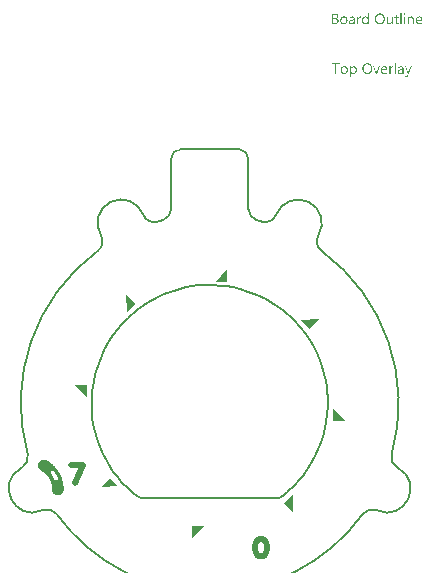
<source format=gto>
G04*
G04 #@! TF.GenerationSoftware,Altium Limited,Altium Designer,21.9.2 (33)*
G04*
G04 Layer_Color=65535*
%FSAX25Y25*%
%MOIN*%
G70*
G04*
G04 #@! TF.SameCoordinates,769468AF-EC4D-4854-9D34-422089E218C9*
G04*
G04*
G04 #@! TF.FilePolarity,Positive*
G04*
G01*
G75*
%ADD10C,0.01968*%
%ADD11C,0.00787*%
G36*
X0065056Y0129114D02*
X0065080D01*
X0065136Y0129089D01*
X0065167Y0129071D01*
X0065198Y0129046D01*
X0065204Y0129040D01*
X0065210Y0129033D01*
X0065241Y0128996D01*
X0065266Y0128934D01*
X0065272Y0128897D01*
X0065278Y0128860D01*
Y0128854D01*
Y0128841D01*
X0065272Y0128823D01*
X0065266Y0128798D01*
X0065247Y0128736D01*
X0065223Y0128705D01*
X0065198Y0128674D01*
X0065192D01*
X0065185Y0128662D01*
X0065148Y0128637D01*
X0065093Y0128612D01*
X0065056Y0128606D01*
X0065018Y0128600D01*
X0065000D01*
X0064981Y0128606D01*
X0064956D01*
X0064895Y0128631D01*
X0064864Y0128643D01*
X0064833Y0128668D01*
Y0128674D01*
X0064820Y0128681D01*
X0064808Y0128699D01*
X0064796Y0128718D01*
X0064771Y0128780D01*
X0064765Y0128817D01*
X0064758Y0128860D01*
Y0128866D01*
Y0128879D01*
X0064765Y0128897D01*
X0064771Y0128928D01*
X0064789Y0128984D01*
X0064808Y0129015D01*
X0064833Y0129046D01*
X0064839Y0129052D01*
X0064845Y0129058D01*
X0064882Y0129083D01*
X0064944Y0129108D01*
X0064981Y0129120D01*
X0065037D01*
X0065056Y0129114D01*
D02*
G37*
G36*
X0053066Y0125449D02*
X0052663D01*
Y0125870D01*
X0052651D01*
Y0125864D01*
X0052638Y0125852D01*
X0052620Y0125827D01*
X0052601Y0125796D01*
X0052570Y0125759D01*
X0052533Y0125722D01*
X0052490Y0125678D01*
X0052440Y0125635D01*
X0052385Y0125586D01*
X0052316Y0125542D01*
X0052248Y0125505D01*
X0052168Y0125468D01*
X0052087Y0125437D01*
X0051995Y0125412D01*
X0051896Y0125400D01*
X0051790Y0125394D01*
X0051747D01*
X0051710Y0125400D01*
X0051673Y0125406D01*
X0051623Y0125412D01*
X0051518Y0125437D01*
X0051394Y0125474D01*
X0051270Y0125536D01*
X0051202Y0125573D01*
X0051147Y0125617D01*
X0051085Y0125672D01*
X0051029Y0125728D01*
Y0125734D01*
X0051017Y0125747D01*
X0051004Y0125765D01*
X0050986Y0125790D01*
X0050967Y0125821D01*
X0050942Y0125864D01*
X0050918Y0125914D01*
X0050893Y0125969D01*
X0050862Y0126031D01*
X0050837Y0126099D01*
X0050812Y0126174D01*
X0050794Y0126254D01*
X0050775Y0126341D01*
X0050763Y0126440D01*
X0050757Y0126539D01*
X0050750Y0126644D01*
Y0126650D01*
Y0126669D01*
Y0126706D01*
X0050757Y0126749D01*
X0050763Y0126799D01*
X0050769Y0126861D01*
X0050775Y0126929D01*
X0050788Y0127003D01*
X0050825Y0127164D01*
X0050880Y0127331D01*
X0050918Y0127412D01*
X0050961Y0127492D01*
X0051004Y0127566D01*
X0051060Y0127641D01*
X0051066Y0127647D01*
X0051072Y0127659D01*
X0051091Y0127678D01*
X0051116Y0127703D01*
X0051147Y0127727D01*
X0051190Y0127758D01*
X0051233Y0127795D01*
X0051283Y0127832D01*
X0051407Y0127901D01*
X0051549Y0127963D01*
X0051629Y0127981D01*
X0051716Y0128000D01*
X0051803Y0128012D01*
X0051902Y0128018D01*
X0051951D01*
X0051988Y0128012D01*
X0052026Y0128006D01*
X0052075Y0128000D01*
X0052187Y0127969D01*
X0052310Y0127919D01*
X0052372Y0127888D01*
X0052434Y0127845D01*
X0052496Y0127802D01*
X0052552Y0127746D01*
X0052601Y0127684D01*
X0052651Y0127610D01*
X0052663D01*
Y0129170D01*
X0053066D01*
Y0125449D01*
D02*
G37*
G36*
X0067334Y0128012D02*
X0067408Y0128006D01*
X0067501Y0127987D01*
X0067600Y0127956D01*
X0067705Y0127907D01*
X0067810Y0127839D01*
X0067853Y0127802D01*
X0067897Y0127752D01*
X0067909Y0127740D01*
X0067934Y0127703D01*
X0067965Y0127641D01*
X0068008Y0127554D01*
X0068045Y0127449D01*
X0068082Y0127319D01*
X0068107Y0127164D01*
X0068113Y0126985D01*
Y0125449D01*
X0067711D01*
Y0126879D01*
Y0126885D01*
Y0126916D01*
X0067705Y0126954D01*
Y0127003D01*
X0067693Y0127065D01*
X0067680Y0127133D01*
X0067661Y0127207D01*
X0067637Y0127282D01*
X0067606Y0127356D01*
X0067569Y0127424D01*
X0067519Y0127492D01*
X0067463Y0127554D01*
X0067401Y0127603D01*
X0067321Y0127641D01*
X0067234Y0127672D01*
X0067129Y0127678D01*
X0067117D01*
X0067080Y0127672D01*
X0067024Y0127665D01*
X0066956Y0127647D01*
X0066875Y0127622D01*
X0066789Y0127579D01*
X0066708Y0127523D01*
X0066628Y0127449D01*
X0066622Y0127436D01*
X0066597Y0127412D01*
X0066566Y0127362D01*
X0066529Y0127294D01*
X0066492Y0127214D01*
X0066461Y0127114D01*
X0066436Y0127003D01*
X0066430Y0126879D01*
Y0125449D01*
X0066027D01*
Y0127963D01*
X0066430D01*
Y0127542D01*
X0066442D01*
X0066448Y0127548D01*
X0066454Y0127560D01*
X0066473Y0127585D01*
X0066498Y0127616D01*
X0066523Y0127653D01*
X0066560Y0127690D01*
X0066603Y0127734D01*
X0066653Y0127783D01*
X0066708Y0127826D01*
X0066770Y0127870D01*
X0066838Y0127907D01*
X0066913Y0127944D01*
X0066987Y0127975D01*
X0067074Y0128000D01*
X0067166Y0128012D01*
X0067265Y0128018D01*
X0067303D01*
X0067334Y0128012D01*
D02*
G37*
G36*
X0050336Y0128000D02*
X0050410Y0127994D01*
X0050453Y0127981D01*
X0050484Y0127969D01*
Y0127554D01*
X0050478Y0127560D01*
X0050466Y0127566D01*
X0050441Y0127579D01*
X0050410Y0127597D01*
X0050367Y0127610D01*
X0050311Y0127622D01*
X0050249Y0127628D01*
X0050181Y0127635D01*
X0050169D01*
X0050138Y0127628D01*
X0050088Y0127622D01*
X0050032Y0127603D01*
X0049958Y0127573D01*
X0049890Y0127529D01*
X0049816Y0127467D01*
X0049748Y0127387D01*
X0049742Y0127374D01*
X0049723Y0127343D01*
X0049692Y0127288D01*
X0049661Y0127214D01*
X0049630Y0127121D01*
X0049599Y0127003D01*
X0049580Y0126873D01*
X0049574Y0126725D01*
Y0125449D01*
X0049172D01*
Y0127963D01*
X0049574D01*
Y0127443D01*
X0049587D01*
Y0127449D01*
X0049593Y0127455D01*
X0049605Y0127486D01*
X0049624Y0127535D01*
X0049655Y0127597D01*
X0049686Y0127659D01*
X0049735Y0127727D01*
X0049785Y0127795D01*
X0049847Y0127857D01*
X0049853Y0127864D01*
X0049878Y0127882D01*
X0049915Y0127907D01*
X0049964Y0127932D01*
X0050020Y0127956D01*
X0050088Y0127981D01*
X0050162Y0128000D01*
X0050243Y0128006D01*
X0050299D01*
X0050336Y0128000D01*
D02*
G37*
G36*
X0061075Y0125449D02*
X0060673D01*
Y0125846D01*
X0060661D01*
Y0125839D01*
X0060648Y0125827D01*
X0060636Y0125802D01*
X0060611Y0125777D01*
X0060555Y0125703D01*
X0060469Y0125623D01*
X0060419Y0125579D01*
X0060364Y0125536D01*
X0060302Y0125499D01*
X0060227Y0125462D01*
X0060153Y0125437D01*
X0060073Y0125412D01*
X0059980Y0125400D01*
X0059887Y0125394D01*
X0059850D01*
X0059806Y0125400D01*
X0059745Y0125412D01*
X0059676Y0125425D01*
X0059602Y0125449D01*
X0059522Y0125480D01*
X0059441Y0125530D01*
X0059355Y0125586D01*
X0059274Y0125654D01*
X0059200Y0125740D01*
X0059132Y0125846D01*
X0059070Y0125963D01*
X0059026Y0126105D01*
X0059002Y0126273D01*
X0058989Y0126359D01*
Y0126458D01*
Y0127963D01*
X0059386D01*
Y0126520D01*
Y0126514D01*
Y0126489D01*
X0059392Y0126446D01*
X0059398Y0126397D01*
X0059404Y0126335D01*
X0059416Y0126273D01*
X0059435Y0126198D01*
X0059460Y0126124D01*
X0059497Y0126050D01*
X0059534Y0125982D01*
X0059584Y0125914D01*
X0059645Y0125852D01*
X0059714Y0125802D01*
X0059794Y0125765D01*
X0059893Y0125734D01*
X0059998Y0125728D01*
X0060011D01*
X0060048Y0125734D01*
X0060103Y0125740D01*
X0060165Y0125753D01*
X0060246Y0125784D01*
X0060326Y0125821D01*
X0060407Y0125870D01*
X0060481Y0125945D01*
X0060487Y0125957D01*
X0060512Y0125982D01*
X0060543Y0126031D01*
X0060580Y0126099D01*
X0060611Y0126180D01*
X0060642Y0126279D01*
X0060667Y0126390D01*
X0060673Y0126514D01*
Y0127963D01*
X0061075D01*
Y0125449D01*
D02*
G37*
G36*
X0065210D02*
X0064808D01*
Y0127963D01*
X0065210D01*
Y0125449D01*
D02*
G37*
G36*
X0063991D02*
X0063589D01*
Y0129170D01*
X0063991D01*
Y0125449D01*
D02*
G37*
G36*
X0047612Y0128012D02*
X0047668Y0128006D01*
X0047736Y0127987D01*
X0047810Y0127969D01*
X0047891Y0127938D01*
X0047977Y0127901D01*
X0048058Y0127851D01*
X0048138Y0127789D01*
X0048213Y0127715D01*
X0048281Y0127622D01*
X0048336Y0127517D01*
X0048380Y0127393D01*
X0048404Y0127251D01*
X0048417Y0127084D01*
Y0125449D01*
X0048015D01*
Y0125839D01*
X0048002D01*
Y0125833D01*
X0047990Y0125821D01*
X0047977Y0125796D01*
X0047953Y0125771D01*
X0047891Y0125697D01*
X0047810Y0125617D01*
X0047699Y0125536D01*
X0047569Y0125462D01*
X0047488Y0125437D01*
X0047408Y0125412D01*
X0047321Y0125400D01*
X0047228Y0125394D01*
X0047191D01*
X0047166Y0125400D01*
X0047098Y0125406D01*
X0047018Y0125418D01*
X0046919Y0125443D01*
X0046826Y0125474D01*
X0046727Y0125524D01*
X0046640Y0125586D01*
X0046634Y0125598D01*
X0046609Y0125623D01*
X0046572Y0125666D01*
X0046535Y0125728D01*
X0046498Y0125802D01*
X0046461Y0125889D01*
X0046436Y0125994D01*
X0046430Y0126112D01*
Y0126118D01*
Y0126143D01*
X0046436Y0126180D01*
X0046442Y0126223D01*
X0046455Y0126279D01*
X0046473Y0126341D01*
X0046498Y0126409D01*
X0046535Y0126477D01*
X0046578Y0126551D01*
X0046634Y0126626D01*
X0046702Y0126694D01*
X0046783Y0126755D01*
X0046876Y0126817D01*
X0046987Y0126867D01*
X0047111Y0126904D01*
X0047259Y0126935D01*
X0048015Y0127040D01*
Y0127046D01*
Y0127065D01*
X0048008Y0127102D01*
Y0127139D01*
X0047996Y0127189D01*
X0047990Y0127244D01*
X0047953Y0127362D01*
X0047922Y0127418D01*
X0047891Y0127473D01*
X0047847Y0127529D01*
X0047798Y0127579D01*
X0047736Y0127622D01*
X0047668Y0127653D01*
X0047587Y0127672D01*
X0047495Y0127678D01*
X0047451D01*
X0047420Y0127672D01*
X0047377D01*
X0047334Y0127659D01*
X0047222Y0127641D01*
X0047098Y0127603D01*
X0046962Y0127548D01*
X0046888Y0127511D01*
X0046820Y0127473D01*
X0046745Y0127424D01*
X0046677Y0127368D01*
Y0127783D01*
X0046684D01*
X0046696Y0127795D01*
X0046715Y0127808D01*
X0046745Y0127820D01*
X0046777Y0127839D01*
X0046820Y0127857D01*
X0046869Y0127876D01*
X0046925Y0127901D01*
X0047049Y0127944D01*
X0047197Y0127981D01*
X0047358Y0128006D01*
X0047532Y0128018D01*
X0047569D01*
X0047612Y0128012D01*
D02*
G37*
G36*
X0041923Y0128959D02*
X0041967D01*
X0042010Y0128953D01*
X0042109Y0128941D01*
X0042227Y0128910D01*
X0042351Y0128873D01*
X0042468Y0128817D01*
X0042573Y0128743D01*
X0042580D01*
X0042586Y0128730D01*
X0042617Y0128705D01*
X0042660Y0128656D01*
X0042710Y0128588D01*
X0042753Y0128501D01*
X0042796Y0128402D01*
X0042827Y0128291D01*
X0042840Y0128229D01*
Y0128161D01*
Y0128154D01*
Y0128148D01*
Y0128111D01*
X0042833Y0128055D01*
X0042821Y0127987D01*
X0042803Y0127901D01*
X0042772Y0127814D01*
X0042734Y0127727D01*
X0042679Y0127641D01*
X0042673Y0127628D01*
X0042648Y0127603D01*
X0042611Y0127566D01*
X0042561Y0127517D01*
X0042499Y0127467D01*
X0042425Y0127412D01*
X0042332Y0127368D01*
X0042233Y0127325D01*
Y0127319D01*
X0042252D01*
X0042270Y0127313D01*
X0042289Y0127306D01*
X0042357Y0127294D01*
X0042437Y0127269D01*
X0042524Y0127232D01*
X0042617Y0127189D01*
X0042710Y0127127D01*
X0042796Y0127046D01*
X0042809Y0127034D01*
X0042833Y0127003D01*
X0042864Y0126960D01*
X0042908Y0126892D01*
X0042945Y0126805D01*
X0042982Y0126706D01*
X0043007Y0126588D01*
X0043013Y0126458D01*
Y0126452D01*
Y0126440D01*
Y0126415D01*
X0043007Y0126384D01*
X0043001Y0126347D01*
X0042994Y0126304D01*
X0042970Y0126198D01*
X0042933Y0126081D01*
X0042877Y0125957D01*
X0042840Y0125901D01*
X0042796Y0125839D01*
X0042741Y0125784D01*
X0042685Y0125728D01*
X0042679D01*
X0042673Y0125716D01*
X0042654Y0125703D01*
X0042629Y0125685D01*
X0042598Y0125666D01*
X0042555Y0125641D01*
X0042462Y0125592D01*
X0042344Y0125536D01*
X0042208Y0125493D01*
X0042047Y0125462D01*
X0041967Y0125456D01*
X0041874Y0125449D01*
X0040846D01*
Y0128965D01*
X0041892D01*
X0041923Y0128959D01*
D02*
G37*
G36*
X0062419Y0127963D02*
X0063056D01*
Y0127616D01*
X0062419D01*
Y0126198D01*
Y0126186D01*
Y0126155D01*
X0062425Y0126112D01*
X0062431Y0126056D01*
X0062456Y0125938D01*
X0062474Y0125883D01*
X0062505Y0125839D01*
X0062511Y0125833D01*
X0062524Y0125821D01*
X0062542Y0125808D01*
X0062573Y0125790D01*
X0062611Y0125765D01*
X0062660Y0125753D01*
X0062722Y0125740D01*
X0062790Y0125734D01*
X0062815D01*
X0062846Y0125740D01*
X0062883Y0125747D01*
X0062969Y0125771D01*
X0063013Y0125790D01*
X0063056Y0125815D01*
Y0125468D01*
X0063050D01*
X0063031Y0125456D01*
X0063001Y0125449D01*
X0062957Y0125437D01*
X0062901Y0125425D01*
X0062840Y0125412D01*
X0062765Y0125406D01*
X0062679Y0125400D01*
X0062648D01*
X0062617Y0125406D01*
X0062573Y0125412D01*
X0062524Y0125425D01*
X0062468Y0125437D01*
X0062412Y0125462D01*
X0062350Y0125493D01*
X0062289Y0125530D01*
X0062227Y0125579D01*
X0062171Y0125635D01*
X0062121Y0125709D01*
X0062078Y0125790D01*
X0062047Y0125889D01*
X0062022Y0126000D01*
X0062016Y0126130D01*
Y0127616D01*
X0061589D01*
Y0127963D01*
X0062016D01*
Y0128575D01*
X0062419Y0128705D01*
Y0127963D01*
D02*
G37*
G36*
X0069946Y0128012D02*
X0069989Y0128006D01*
X0070032Y0128000D01*
X0070144Y0127981D01*
X0070267Y0127938D01*
X0070391Y0127882D01*
X0070453Y0127845D01*
X0070515Y0127802D01*
X0070571Y0127752D01*
X0070626Y0127696D01*
X0070633Y0127690D01*
X0070639Y0127684D01*
X0070651Y0127665D01*
X0070670Y0127641D01*
X0070688Y0127603D01*
X0070713Y0127566D01*
X0070738Y0127523D01*
X0070763Y0127467D01*
X0070788Y0127405D01*
X0070812Y0127343D01*
X0070837Y0127269D01*
X0070856Y0127189D01*
X0070874Y0127102D01*
X0070886Y0127015D01*
X0070899Y0126916D01*
Y0126811D01*
Y0126601D01*
X0069122D01*
Y0126595D01*
Y0126582D01*
Y0126564D01*
X0069129Y0126533D01*
X0069135Y0126496D01*
Y0126458D01*
X0069153Y0126359D01*
X0069184Y0126260D01*
X0069221Y0126149D01*
X0069277Y0126044D01*
X0069345Y0125951D01*
X0069358Y0125938D01*
X0069382Y0125914D01*
X0069432Y0125883D01*
X0069500Y0125839D01*
X0069587Y0125796D01*
X0069686Y0125765D01*
X0069803Y0125740D01*
X0069939Y0125728D01*
X0069983D01*
X0070014Y0125734D01*
X0070051D01*
X0070094Y0125740D01*
X0070199Y0125765D01*
X0070317Y0125796D01*
X0070447Y0125846D01*
X0070583Y0125914D01*
X0070651Y0125957D01*
X0070719Y0126006D01*
Y0125629D01*
X0070713D01*
X0070707Y0125617D01*
X0070688Y0125610D01*
X0070657Y0125592D01*
X0070626Y0125573D01*
X0070589Y0125555D01*
X0070540Y0125536D01*
X0070490Y0125511D01*
X0070428Y0125487D01*
X0070360Y0125468D01*
X0070212Y0125431D01*
X0070038Y0125406D01*
X0069847Y0125394D01*
X0069797D01*
X0069760Y0125400D01*
X0069717Y0125406D01*
X0069661Y0125412D01*
X0069543Y0125437D01*
X0069407Y0125474D01*
X0069271Y0125536D01*
X0069203Y0125579D01*
X0069135Y0125623D01*
X0069073Y0125672D01*
X0069011Y0125734D01*
X0069005Y0125740D01*
X0068999Y0125753D01*
X0068986Y0125771D01*
X0068961Y0125796D01*
X0068943Y0125833D01*
X0068918Y0125876D01*
X0068887Y0125926D01*
X0068862Y0125982D01*
X0068831Y0126044D01*
X0068807Y0126118D01*
X0068776Y0126198D01*
X0068757Y0126285D01*
X0068739Y0126378D01*
X0068720Y0126477D01*
X0068714Y0126582D01*
X0068708Y0126694D01*
Y0126700D01*
Y0126718D01*
Y0126749D01*
X0068714Y0126793D01*
X0068720Y0126842D01*
X0068726Y0126898D01*
X0068732Y0126966D01*
X0068751Y0127034D01*
X0068788Y0127183D01*
X0068844Y0127343D01*
X0068881Y0127424D01*
X0068931Y0127498D01*
X0068980Y0127579D01*
X0069036Y0127647D01*
X0069042Y0127653D01*
X0069054Y0127665D01*
X0069073Y0127684D01*
X0069098Y0127703D01*
X0069129Y0127734D01*
X0069166Y0127764D01*
X0069215Y0127795D01*
X0069265Y0127832D01*
X0069382Y0127901D01*
X0069525Y0127963D01*
X0069605Y0127981D01*
X0069686Y0128000D01*
X0069772Y0128012D01*
X0069865Y0128018D01*
X0069915D01*
X0069946Y0128012D01*
D02*
G37*
G36*
X0056903Y0129021D02*
X0056965Y0129015D01*
X0057039Y0129002D01*
X0057120Y0128984D01*
X0057207Y0128965D01*
X0057293Y0128941D01*
X0057392Y0128910D01*
X0057485Y0128866D01*
X0057584Y0128817D01*
X0057683Y0128761D01*
X0057776Y0128693D01*
X0057869Y0128619D01*
X0057956Y0128532D01*
X0057962Y0128526D01*
X0057974Y0128507D01*
X0057999Y0128482D01*
X0058024Y0128445D01*
X0058061Y0128396D01*
X0058098Y0128334D01*
X0058135Y0128266D01*
X0058178Y0128192D01*
X0058222Y0128099D01*
X0058259Y0128006D01*
X0058296Y0127901D01*
X0058333Y0127783D01*
X0058358Y0127665D01*
X0058383Y0127535D01*
X0058395Y0127393D01*
X0058401Y0127251D01*
Y0127238D01*
Y0127214D01*
Y0127170D01*
X0058395Y0127108D01*
X0058389Y0127034D01*
X0058376Y0126954D01*
X0058364Y0126861D01*
X0058346Y0126755D01*
X0058321Y0126650D01*
X0058290Y0126539D01*
X0058253Y0126427D01*
X0058209Y0126316D01*
X0058154Y0126198D01*
X0058092Y0126093D01*
X0058024Y0125988D01*
X0057943Y0125889D01*
X0057937Y0125883D01*
X0057925Y0125870D01*
X0057894Y0125846D01*
X0057863Y0125815D01*
X0057813Y0125771D01*
X0057758Y0125734D01*
X0057696Y0125685D01*
X0057621Y0125641D01*
X0057541Y0125598D01*
X0057448Y0125548D01*
X0057349Y0125511D01*
X0057238Y0125474D01*
X0057120Y0125437D01*
X0056996Y0125412D01*
X0056866Y0125400D01*
X0056724Y0125394D01*
X0056693D01*
X0056650Y0125400D01*
X0056600D01*
X0056538Y0125406D01*
X0056464Y0125418D01*
X0056383Y0125437D01*
X0056291Y0125456D01*
X0056198Y0125480D01*
X0056099Y0125511D01*
X0056000Y0125555D01*
X0055901Y0125598D01*
X0055801Y0125654D01*
X0055702Y0125722D01*
X0055610Y0125796D01*
X0055523Y0125883D01*
X0055517Y0125889D01*
X0055504Y0125908D01*
X0055480Y0125932D01*
X0055455Y0125969D01*
X0055418Y0126019D01*
X0055381Y0126081D01*
X0055343Y0126149D01*
X0055300Y0126229D01*
X0055257Y0126316D01*
X0055220Y0126409D01*
X0055182Y0126514D01*
X0055145Y0126632D01*
X0055121Y0126749D01*
X0055096Y0126879D01*
X0055083Y0127022D01*
X0055077Y0127164D01*
Y0127176D01*
Y0127201D01*
X0055083Y0127244D01*
Y0127306D01*
X0055090Y0127374D01*
X0055102Y0127461D01*
X0055114Y0127554D01*
X0055133Y0127653D01*
X0055158Y0127758D01*
X0055189Y0127870D01*
X0055226Y0127981D01*
X0055269Y0128093D01*
X0055325Y0128204D01*
X0055387Y0128315D01*
X0055455Y0128421D01*
X0055535Y0128520D01*
X0055541Y0128526D01*
X0055554Y0128544D01*
X0055585Y0128569D01*
X0055622Y0128600D01*
X0055665Y0128637D01*
X0055721Y0128681D01*
X0055789Y0128724D01*
X0055863Y0128773D01*
X0055950Y0128823D01*
X0056043Y0128866D01*
X0056142Y0128910D01*
X0056253Y0128947D01*
X0056377Y0128978D01*
X0056507Y0129009D01*
X0056643Y0129021D01*
X0056786Y0129027D01*
X0056854D01*
X0056903Y0129021D01*
D02*
G37*
G36*
X0044876Y0128012D02*
X0044919Y0128006D01*
X0044975Y0128000D01*
X0045099Y0127975D01*
X0045241Y0127932D01*
X0045384Y0127870D01*
X0045458Y0127832D01*
X0045526Y0127789D01*
X0045594Y0127734D01*
X0045656Y0127672D01*
X0045662Y0127665D01*
X0045669Y0127653D01*
X0045687Y0127635D01*
X0045706Y0127610D01*
X0045730Y0127573D01*
X0045755Y0127529D01*
X0045786Y0127480D01*
X0045817Y0127424D01*
X0045842Y0127356D01*
X0045873Y0127288D01*
X0045897Y0127207D01*
X0045922Y0127121D01*
X0045941Y0127028D01*
X0045959Y0126929D01*
X0045966Y0126824D01*
X0045972Y0126712D01*
Y0126706D01*
Y0126687D01*
Y0126656D01*
X0045966Y0126613D01*
X0045959Y0126564D01*
X0045953Y0126502D01*
X0045941Y0126440D01*
X0045928Y0126365D01*
X0045891Y0126217D01*
X0045829Y0126056D01*
X0045792Y0125976D01*
X0045743Y0125895D01*
X0045693Y0125821D01*
X0045631Y0125753D01*
X0045625Y0125747D01*
X0045613Y0125740D01*
X0045594Y0125722D01*
X0045569Y0125697D01*
X0045532Y0125672D01*
X0045495Y0125641D01*
X0045446Y0125604D01*
X0045390Y0125573D01*
X0045328Y0125542D01*
X0045260Y0125505D01*
X0045186Y0125474D01*
X0045105Y0125449D01*
X0045019Y0125425D01*
X0044926Y0125412D01*
X0044827Y0125400D01*
X0044721Y0125394D01*
X0044666D01*
X0044629Y0125400D01*
X0044585Y0125406D01*
X0044530Y0125412D01*
X0044468Y0125425D01*
X0044399Y0125437D01*
X0044257Y0125480D01*
X0044109Y0125542D01*
X0044034Y0125579D01*
X0043966Y0125629D01*
X0043898Y0125678D01*
X0043830Y0125740D01*
X0043824Y0125747D01*
X0043818Y0125759D01*
X0043799Y0125777D01*
X0043780Y0125802D01*
X0043756Y0125839D01*
X0043725Y0125883D01*
X0043694Y0125932D01*
X0043669Y0125988D01*
X0043638Y0126056D01*
X0043607Y0126124D01*
X0043576Y0126198D01*
X0043551Y0126285D01*
X0043514Y0126471D01*
X0043508Y0126570D01*
X0043502Y0126675D01*
Y0126681D01*
Y0126706D01*
Y0126737D01*
X0043508Y0126780D01*
X0043514Y0126830D01*
X0043521Y0126892D01*
X0043533Y0126960D01*
X0043545Y0127034D01*
X0043582Y0127195D01*
X0043644Y0127356D01*
X0043688Y0127436D01*
X0043731Y0127517D01*
X0043780Y0127591D01*
X0043842Y0127659D01*
X0043849Y0127665D01*
X0043861Y0127678D01*
X0043880Y0127690D01*
X0043904Y0127715D01*
X0043941Y0127740D01*
X0043985Y0127771D01*
X0044034Y0127808D01*
X0044090Y0127839D01*
X0044152Y0127870D01*
X0044226Y0127907D01*
X0044300Y0127938D01*
X0044387Y0127963D01*
X0044474Y0127987D01*
X0044573Y0128006D01*
X0044678Y0128012D01*
X0044783Y0128018D01*
X0044839D01*
X0044876Y0128012D01*
D02*
G37*
G36*
X0048089Y0111422D02*
X0048132Y0111416D01*
X0048175Y0111410D01*
X0048287Y0111385D01*
X0048411Y0111348D01*
X0048534Y0111286D01*
X0048596Y0111249D01*
X0048658Y0111199D01*
X0048714Y0111150D01*
X0048770Y0111088D01*
X0048776Y0111082D01*
X0048782Y0111075D01*
X0048794Y0111051D01*
X0048813Y0111026D01*
X0048831Y0110995D01*
X0048856Y0110952D01*
X0048881Y0110902D01*
X0048906Y0110853D01*
X0048931Y0110791D01*
X0048955Y0110723D01*
X0048980Y0110648D01*
X0048999Y0110568D01*
X0049030Y0110388D01*
X0049042Y0110289D01*
Y0110184D01*
Y0110178D01*
Y0110159D01*
Y0110122D01*
X0049036Y0110079D01*
Y0110029D01*
X0049023Y0109968D01*
X0049017Y0109899D01*
X0049005Y0109825D01*
X0048968Y0109664D01*
X0048912Y0109497D01*
X0048875Y0109416D01*
X0048838Y0109336D01*
X0048788Y0109256D01*
X0048733Y0109181D01*
X0048726Y0109175D01*
X0048720Y0109163D01*
X0048702Y0109144D01*
X0048677Y0109126D01*
X0048646Y0109095D01*
X0048609Y0109064D01*
X0048565Y0109027D01*
X0048516Y0108996D01*
X0048460Y0108958D01*
X0048398Y0108921D01*
X0048250Y0108866D01*
X0048169Y0108841D01*
X0048089Y0108822D01*
X0047996Y0108810D01*
X0047897Y0108804D01*
X0047847D01*
X0047816Y0108810D01*
X0047773Y0108816D01*
X0047730Y0108828D01*
X0047618Y0108853D01*
X0047501Y0108903D01*
X0047433Y0108940D01*
X0047371Y0108977D01*
X0047309Y0109027D01*
X0047253Y0109082D01*
X0047191Y0109144D01*
X0047142Y0109219D01*
X0047129D01*
Y0107708D01*
X0046727D01*
Y0111373D01*
X0047129D01*
Y0110927D01*
X0047142D01*
X0047148Y0110933D01*
X0047154Y0110952D01*
X0047173Y0110976D01*
X0047197Y0111007D01*
X0047228Y0111045D01*
X0047265Y0111088D01*
X0047309Y0111131D01*
X0047365Y0111181D01*
X0047420Y0111224D01*
X0047482Y0111267D01*
X0047556Y0111311D01*
X0047631Y0111348D01*
X0047717Y0111385D01*
X0047810Y0111410D01*
X0047903Y0111422D01*
X0048008Y0111428D01*
X0048058D01*
X0048089Y0111422D01*
D02*
G37*
G36*
X0061044Y0111410D02*
X0061119Y0111404D01*
X0061162Y0111391D01*
X0061193Y0111379D01*
Y0110964D01*
X0061187Y0110970D01*
X0061174Y0110976D01*
X0061150Y0110989D01*
X0061119Y0111007D01*
X0061075Y0111020D01*
X0061020Y0111032D01*
X0060958Y0111038D01*
X0060890Y0111045D01*
X0060877D01*
X0060846Y0111038D01*
X0060797Y0111032D01*
X0060741Y0111014D01*
X0060667Y0110983D01*
X0060599Y0110939D01*
X0060524Y0110877D01*
X0060456Y0110797D01*
X0060450Y0110784D01*
X0060432Y0110754D01*
X0060401Y0110698D01*
X0060370Y0110624D01*
X0060339Y0110531D01*
X0060308Y0110413D01*
X0060289Y0110283D01*
X0060283Y0110135D01*
Y0108859D01*
X0059881D01*
Y0111373D01*
X0060283D01*
Y0110853D01*
X0060295D01*
Y0110859D01*
X0060302Y0110865D01*
X0060314Y0110896D01*
X0060333Y0110945D01*
X0060364Y0111007D01*
X0060395Y0111069D01*
X0060444Y0111137D01*
X0060493Y0111205D01*
X0060555Y0111267D01*
X0060562Y0111274D01*
X0060586Y0111292D01*
X0060624Y0111317D01*
X0060673Y0111342D01*
X0060729Y0111366D01*
X0060797Y0111391D01*
X0060871Y0111410D01*
X0060952Y0111416D01*
X0061007D01*
X0061044Y0111410D01*
D02*
G37*
G36*
X0066250Y0108457D02*
X0066244Y0108451D01*
X0066238Y0108426D01*
X0066219Y0108383D01*
X0066194Y0108333D01*
X0066163Y0108278D01*
X0066120Y0108210D01*
X0066077Y0108141D01*
X0066027Y0108067D01*
X0065965Y0107993D01*
X0065904Y0107925D01*
X0065829Y0107857D01*
X0065749Y0107801D01*
X0065668Y0107751D01*
X0065575Y0107708D01*
X0065483Y0107683D01*
X0065377Y0107677D01*
X0065322D01*
X0065285Y0107683D01*
X0065204Y0107696D01*
X0065117Y0107714D01*
Y0108073D01*
X0065124D01*
X0065142Y0108067D01*
X0065167Y0108061D01*
X0065198Y0108055D01*
X0065272Y0108036D01*
X0065353Y0108030D01*
X0065365D01*
X0065402Y0108036D01*
X0065458Y0108049D01*
X0065526Y0108073D01*
X0065600Y0108117D01*
X0065637Y0108148D01*
X0065675Y0108185D01*
X0065712Y0108222D01*
X0065749Y0108271D01*
X0065780Y0108327D01*
X0065811Y0108389D01*
X0066015Y0108859D01*
X0065031Y0111373D01*
X0065476D01*
X0066157Y0109435D01*
Y0109429D01*
X0066163Y0109416D01*
X0066170Y0109398D01*
X0066176Y0109373D01*
X0066182Y0109336D01*
X0066194Y0109299D01*
X0066207Y0109243D01*
X0066225D01*
Y0109256D01*
X0066238Y0109293D01*
X0066250Y0109348D01*
X0066275Y0109429D01*
X0066987Y0111373D01*
X0067401D01*
X0066250Y0108457D01*
D02*
G37*
G36*
X0055820Y0108859D02*
X0055424D01*
X0054471Y0111373D01*
X0054910D01*
X0055554Y0109546D01*
X0055560Y0109540D01*
X0055566Y0109516D01*
X0055579Y0109472D01*
X0055591Y0109429D01*
X0055603Y0109373D01*
X0055622Y0109311D01*
X0055641Y0109194D01*
X0055647D01*
Y0109200D01*
X0055653Y0109225D01*
X0055659Y0109262D01*
X0055665Y0109305D01*
X0055678Y0109361D01*
X0055690Y0109416D01*
X0055727Y0109534D01*
X0056396Y0111373D01*
X0056817D01*
X0055820Y0108859D01*
D02*
G37*
G36*
X0063842Y0111422D02*
X0063898Y0111416D01*
X0063966Y0111397D01*
X0064040Y0111379D01*
X0064121Y0111348D01*
X0064208Y0111311D01*
X0064288Y0111261D01*
X0064368Y0111199D01*
X0064443Y0111125D01*
X0064511Y0111032D01*
X0064566Y0110927D01*
X0064610Y0110803D01*
X0064635Y0110661D01*
X0064647Y0110494D01*
Y0108859D01*
X0064245D01*
Y0109249D01*
X0064232D01*
Y0109243D01*
X0064220Y0109231D01*
X0064208Y0109206D01*
X0064183Y0109181D01*
X0064121Y0109107D01*
X0064040Y0109027D01*
X0063929Y0108946D01*
X0063799Y0108872D01*
X0063718Y0108847D01*
X0063638Y0108822D01*
X0063551Y0108810D01*
X0063459Y0108804D01*
X0063421D01*
X0063397Y0108810D01*
X0063328Y0108816D01*
X0063248Y0108828D01*
X0063149Y0108853D01*
X0063056Y0108884D01*
X0062957Y0108934D01*
X0062871Y0108996D01*
X0062864Y0109008D01*
X0062840Y0109033D01*
X0062802Y0109076D01*
X0062765Y0109138D01*
X0062728Y0109212D01*
X0062691Y0109299D01*
X0062666Y0109404D01*
X0062660Y0109522D01*
Y0109528D01*
Y0109553D01*
X0062666Y0109590D01*
X0062672Y0109633D01*
X0062685Y0109689D01*
X0062703Y0109751D01*
X0062728Y0109819D01*
X0062765Y0109887D01*
X0062809Y0109961D01*
X0062864Y0110036D01*
X0062932Y0110104D01*
X0063013Y0110166D01*
X0063106Y0110227D01*
X0063217Y0110277D01*
X0063341Y0110314D01*
X0063490Y0110345D01*
X0064245Y0110450D01*
Y0110457D01*
Y0110475D01*
X0064239Y0110512D01*
Y0110549D01*
X0064226Y0110599D01*
X0064220Y0110654D01*
X0064183Y0110772D01*
X0064152Y0110828D01*
X0064121Y0110884D01*
X0064078Y0110939D01*
X0064028Y0110989D01*
X0063966Y0111032D01*
X0063898Y0111063D01*
X0063818Y0111082D01*
X0063725Y0111088D01*
X0063681D01*
X0063650Y0111082D01*
X0063607D01*
X0063564Y0111069D01*
X0063452Y0111051D01*
X0063328Y0111014D01*
X0063192Y0110958D01*
X0063118Y0110921D01*
X0063050Y0110884D01*
X0062976Y0110834D01*
X0062908Y0110778D01*
Y0111193D01*
X0062914D01*
X0062926Y0111205D01*
X0062945Y0111218D01*
X0062976Y0111230D01*
X0063007Y0111249D01*
X0063050Y0111267D01*
X0063099Y0111286D01*
X0063155Y0111311D01*
X0063279Y0111354D01*
X0063428Y0111391D01*
X0063589Y0111416D01*
X0063762Y0111428D01*
X0063799D01*
X0063842Y0111422D01*
D02*
G37*
G36*
X0062029Y0108859D02*
X0061626D01*
Y0112580D01*
X0062029D01*
Y0108859D01*
D02*
G37*
G36*
X0043285Y0112004D02*
X0042270D01*
Y0108859D01*
X0041862D01*
Y0112004D01*
X0040846D01*
Y0112375D01*
X0043285D01*
Y0112004D01*
D02*
G37*
G36*
X0058321Y0111422D02*
X0058364Y0111416D01*
X0058407Y0111410D01*
X0058519Y0111391D01*
X0058643Y0111348D01*
X0058767Y0111292D01*
X0058828Y0111255D01*
X0058890Y0111212D01*
X0058946Y0111162D01*
X0059002Y0111106D01*
X0059008Y0111100D01*
X0059014Y0111094D01*
X0059026Y0111075D01*
X0059045Y0111051D01*
X0059064Y0111014D01*
X0059088Y0110976D01*
X0059113Y0110933D01*
X0059138Y0110877D01*
X0059163Y0110816D01*
X0059187Y0110754D01*
X0059212Y0110679D01*
X0059231Y0110599D01*
X0059249Y0110512D01*
X0059262Y0110425D01*
X0059274Y0110327D01*
Y0110221D01*
Y0110011D01*
X0057498D01*
Y0110005D01*
Y0109992D01*
Y0109974D01*
X0057504Y0109943D01*
X0057510Y0109906D01*
Y0109868D01*
X0057529Y0109769D01*
X0057559Y0109670D01*
X0057597Y0109559D01*
X0057652Y0109454D01*
X0057720Y0109361D01*
X0057733Y0109348D01*
X0057758Y0109324D01*
X0057807Y0109293D01*
X0057875Y0109249D01*
X0057962Y0109206D01*
X0058061Y0109175D01*
X0058178Y0109150D01*
X0058315Y0109138D01*
X0058358D01*
X0058389Y0109144D01*
X0058426D01*
X0058469Y0109150D01*
X0058575Y0109175D01*
X0058692Y0109206D01*
X0058822Y0109256D01*
X0058958Y0109324D01*
X0059026Y0109367D01*
X0059095Y0109416D01*
Y0109039D01*
X0059088D01*
X0059082Y0109027D01*
X0059064Y0109020D01*
X0059033Y0109002D01*
X0059002Y0108983D01*
X0058965Y0108965D01*
X0058915Y0108946D01*
X0058865Y0108921D01*
X0058804Y0108897D01*
X0058736Y0108878D01*
X0058587Y0108841D01*
X0058414Y0108816D01*
X0058222Y0108804D01*
X0058172D01*
X0058135Y0108810D01*
X0058092Y0108816D01*
X0058036Y0108822D01*
X0057919Y0108847D01*
X0057782Y0108884D01*
X0057646Y0108946D01*
X0057578Y0108989D01*
X0057510Y0109033D01*
X0057448Y0109082D01*
X0057386Y0109144D01*
X0057380Y0109150D01*
X0057374Y0109163D01*
X0057361Y0109181D01*
X0057337Y0109206D01*
X0057318Y0109243D01*
X0057293Y0109287D01*
X0057262Y0109336D01*
X0057238Y0109392D01*
X0057207Y0109454D01*
X0057182Y0109528D01*
X0057151Y0109608D01*
X0057132Y0109695D01*
X0057114Y0109788D01*
X0057095Y0109887D01*
X0057089Y0109992D01*
X0057083Y0110104D01*
Y0110110D01*
Y0110128D01*
Y0110159D01*
X0057089Y0110203D01*
X0057095Y0110252D01*
X0057101Y0110308D01*
X0057108Y0110376D01*
X0057126Y0110444D01*
X0057163Y0110593D01*
X0057219Y0110754D01*
X0057256Y0110834D01*
X0057306Y0110908D01*
X0057355Y0110989D01*
X0057411Y0111057D01*
X0057417Y0111063D01*
X0057429Y0111075D01*
X0057448Y0111094D01*
X0057473Y0111113D01*
X0057504Y0111144D01*
X0057541Y0111174D01*
X0057590Y0111205D01*
X0057640Y0111243D01*
X0057758Y0111311D01*
X0057900Y0111373D01*
X0057980Y0111391D01*
X0058061Y0111410D01*
X0058148Y0111422D01*
X0058240Y0111428D01*
X0058290D01*
X0058321Y0111422D01*
D02*
G37*
G36*
X0052706Y0112431D02*
X0052768Y0112425D01*
X0052843Y0112413D01*
X0052923Y0112394D01*
X0053010Y0112375D01*
X0053096Y0112351D01*
X0053196Y0112320D01*
X0053288Y0112276D01*
X0053387Y0112227D01*
X0053486Y0112171D01*
X0053579Y0112103D01*
X0053672Y0112029D01*
X0053759Y0111942D01*
X0053765Y0111936D01*
X0053777Y0111917D01*
X0053802Y0111892D01*
X0053827Y0111855D01*
X0053864Y0111806D01*
X0053901Y0111744D01*
X0053938Y0111676D01*
X0053982Y0111602D01*
X0054025Y0111509D01*
X0054062Y0111416D01*
X0054099Y0111311D01*
X0054136Y0111193D01*
X0054161Y0111075D01*
X0054186Y0110945D01*
X0054198Y0110803D01*
X0054204Y0110661D01*
Y0110648D01*
Y0110624D01*
Y0110580D01*
X0054198Y0110518D01*
X0054192Y0110444D01*
X0054180Y0110364D01*
X0054167Y0110271D01*
X0054149Y0110166D01*
X0054124Y0110060D01*
X0054093Y0109949D01*
X0054056Y0109837D01*
X0054013Y0109726D01*
X0053957Y0109608D01*
X0053895Y0109503D01*
X0053827Y0109398D01*
X0053746Y0109299D01*
X0053740Y0109293D01*
X0053728Y0109280D01*
X0053697Y0109256D01*
X0053666Y0109225D01*
X0053616Y0109181D01*
X0053561Y0109144D01*
X0053499Y0109095D01*
X0053425Y0109051D01*
X0053344Y0109008D01*
X0053251Y0108958D01*
X0053152Y0108921D01*
X0053041Y0108884D01*
X0052923Y0108847D01*
X0052799Y0108822D01*
X0052669Y0108810D01*
X0052527Y0108804D01*
X0052496D01*
X0052453Y0108810D01*
X0052403D01*
X0052341Y0108816D01*
X0052267Y0108828D01*
X0052187Y0108847D01*
X0052094Y0108866D01*
X0052001Y0108890D01*
X0051902Y0108921D01*
X0051803Y0108965D01*
X0051704Y0109008D01*
X0051605Y0109064D01*
X0051506Y0109132D01*
X0051413Y0109206D01*
X0051326Y0109293D01*
X0051320Y0109299D01*
X0051307Y0109318D01*
X0051283Y0109342D01*
X0051258Y0109379D01*
X0051221Y0109429D01*
X0051184Y0109491D01*
X0051147Y0109559D01*
X0051103Y0109639D01*
X0051060Y0109726D01*
X0051023Y0109819D01*
X0050986Y0109924D01*
X0050949Y0110042D01*
X0050924Y0110159D01*
X0050899Y0110289D01*
X0050887Y0110432D01*
X0050880Y0110574D01*
Y0110586D01*
Y0110611D01*
X0050887Y0110654D01*
Y0110716D01*
X0050893Y0110784D01*
X0050905Y0110871D01*
X0050918Y0110964D01*
X0050936Y0111063D01*
X0050961Y0111168D01*
X0050992Y0111280D01*
X0051029Y0111391D01*
X0051072Y0111503D01*
X0051128Y0111614D01*
X0051190Y0111725D01*
X0051258Y0111831D01*
X0051338Y0111930D01*
X0051345Y0111936D01*
X0051357Y0111954D01*
X0051388Y0111979D01*
X0051425Y0112010D01*
X0051468Y0112047D01*
X0051524Y0112091D01*
X0051592Y0112134D01*
X0051667Y0112183D01*
X0051753Y0112233D01*
X0051846Y0112276D01*
X0051945Y0112320D01*
X0052056Y0112357D01*
X0052180Y0112388D01*
X0052310Y0112419D01*
X0052447Y0112431D01*
X0052589Y0112437D01*
X0052657D01*
X0052706Y0112431D01*
D02*
G37*
G36*
X0044987Y0111422D02*
X0045031Y0111416D01*
X0045087Y0111410D01*
X0045210Y0111385D01*
X0045353Y0111342D01*
X0045495Y0111280D01*
X0045569Y0111243D01*
X0045638Y0111199D01*
X0045706Y0111144D01*
X0045768Y0111082D01*
X0045774Y0111075D01*
X0045780Y0111063D01*
X0045798Y0111045D01*
X0045817Y0111020D01*
X0045842Y0110983D01*
X0045867Y0110939D01*
X0045897Y0110890D01*
X0045928Y0110834D01*
X0045953Y0110766D01*
X0045984Y0110698D01*
X0046009Y0110617D01*
X0046034Y0110531D01*
X0046052Y0110438D01*
X0046071Y0110339D01*
X0046077Y0110234D01*
X0046083Y0110122D01*
Y0110116D01*
Y0110097D01*
Y0110066D01*
X0046077Y0110023D01*
X0046071Y0109974D01*
X0046065Y0109912D01*
X0046052Y0109850D01*
X0046040Y0109776D01*
X0046003Y0109627D01*
X0045941Y0109466D01*
X0045904Y0109386D01*
X0045854Y0109305D01*
X0045805Y0109231D01*
X0045743Y0109163D01*
X0045737Y0109157D01*
X0045724Y0109150D01*
X0045706Y0109132D01*
X0045681Y0109107D01*
X0045644Y0109082D01*
X0045606Y0109051D01*
X0045557Y0109014D01*
X0045501Y0108983D01*
X0045439Y0108952D01*
X0045371Y0108915D01*
X0045297Y0108884D01*
X0045217Y0108859D01*
X0045130Y0108835D01*
X0045037Y0108822D01*
X0044938Y0108810D01*
X0044833Y0108804D01*
X0044777D01*
X0044740Y0108810D01*
X0044697Y0108816D01*
X0044641Y0108822D01*
X0044579Y0108835D01*
X0044511Y0108847D01*
X0044368Y0108890D01*
X0044220Y0108952D01*
X0044146Y0108989D01*
X0044078Y0109039D01*
X0044010Y0109089D01*
X0043941Y0109150D01*
X0043935Y0109157D01*
X0043929Y0109169D01*
X0043911Y0109187D01*
X0043892Y0109212D01*
X0043867Y0109249D01*
X0043836Y0109293D01*
X0043805Y0109342D01*
X0043780Y0109398D01*
X0043749Y0109466D01*
X0043719Y0109534D01*
X0043688Y0109608D01*
X0043663Y0109695D01*
X0043626Y0109881D01*
X0043620Y0109980D01*
X0043613Y0110085D01*
Y0110091D01*
Y0110116D01*
Y0110147D01*
X0043620Y0110190D01*
X0043626Y0110240D01*
X0043632Y0110302D01*
X0043644Y0110370D01*
X0043657Y0110444D01*
X0043694Y0110605D01*
X0043756Y0110766D01*
X0043799Y0110846D01*
X0043842Y0110927D01*
X0043892Y0111001D01*
X0043954Y0111069D01*
X0043960Y0111075D01*
X0043972Y0111088D01*
X0043991Y0111100D01*
X0044016Y0111125D01*
X0044053Y0111150D01*
X0044096Y0111181D01*
X0044146Y0111218D01*
X0044201Y0111249D01*
X0044263Y0111280D01*
X0044338Y0111317D01*
X0044412Y0111348D01*
X0044499Y0111373D01*
X0044585Y0111397D01*
X0044684Y0111416D01*
X0044789Y0111422D01*
X0044895Y0111428D01*
X0044950D01*
X0044987Y0111422D01*
D02*
G37*
G36*
X0005906Y0039469D02*
X0001969D01*
X0005906Y0043799D01*
Y0039469D01*
D02*
G37*
G36*
X-0024826Y0032291D02*
X-0027610Y0029507D01*
X-0027888Y0035354D01*
X-0024826Y0032291D01*
D02*
G37*
G36*
X0033217Y0023936D02*
X0030433Y0026720D01*
X0036279Y0026998D01*
X0033217Y0023936D01*
D02*
G37*
G36*
X-0041028Y0001063D02*
X-0045358Y0005000D01*
X-0041028D01*
Y0001063D01*
D02*
G37*
G36*
X0045394Y-0006819D02*
X0041063D01*
Y-0002882D01*
X0045394Y-0006819D01*
D02*
G37*
G36*
X-0030397Y-0028539D02*
X-0036244Y-0028817D01*
X-0033181Y-0025755D01*
X-0030397Y-0028539D01*
D02*
G37*
G36*
X-0055117Y-0019682D02*
X-0055000Y-0019695D01*
X-0054885Y-0019715D01*
X-0054770Y-0019742D01*
X-0054658Y-0019775D01*
X-0054548Y-0019816D01*
X-0054440Y-0019863D01*
X-0054357Y-0019906D01*
X-0054357Y-0019906D01*
X-0054222Y-0019979D01*
X-0053968Y-0020124D01*
X-0053718Y-0020276D01*
X-0053472Y-0020434D01*
X-0053231Y-0020599D01*
X-0052994Y-0020771D01*
X-0052762Y-0020949D01*
X-0052535Y-0021134D01*
X-0052312Y-0021324D01*
X-0052096Y-0021520D01*
X-0051884Y-0021723D01*
X-0051678Y-0021930D01*
X-0051478Y-0022143D01*
X-0051284Y-0022362D01*
X-0051095Y-0022586D01*
X-0050913Y-0022815D01*
X-0050737Y-0023049D01*
X-0050567Y-0023287D01*
X-0050404Y-0023530D01*
X-0050248Y-0023777D01*
X-0050098Y-0024028D01*
X-0049955Y-0024284D01*
X-0049819Y-0024543D01*
X-0049691Y-0024805D01*
X-0049569Y-0025071D01*
X-0049455Y-0025341D01*
X-0049348Y-0025613D01*
X-0049248Y-0025888D01*
X-0049156Y-0026166D01*
X-0049071Y-0026445D01*
X-0048994Y-0026728D01*
X-0048925Y-0027012D01*
X-0048863Y-0027298D01*
X-0048809Y-0027585D01*
X-0048763Y-0027874D01*
X-0048725Y-0028164D01*
X-0048695Y-0028455D01*
X-0048673Y-0028747D01*
X-0048658Y-0029039D01*
X-0048651Y-0029332D01*
X-0048653Y-0029624D01*
X-0048656Y-0029741D01*
X-0048656Y-0029741D01*
X-0048661Y-0029841D01*
X-0048674Y-0029958D01*
X-0048694Y-0030073D01*
X-0048721Y-0030188D01*
X-0048755Y-0030300D01*
X-0048795Y-0030410D01*
X-0048842Y-0030518D01*
X-0048896Y-0030622D01*
X-0048956Y-0030724D01*
X-0049021Y-0030821D01*
X-0049093Y-0030914D01*
X-0049170Y-0031003D01*
X-0049252Y-0031086D01*
X-0049339Y-0031165D01*
X-0049431Y-0031238D01*
X-0049527Y-0031306D01*
X-0049626Y-0031368D01*
X-0049730Y-0031423D01*
X-0049836Y-0031473D01*
X-0049946Y-0031515D01*
X-0050058Y-0031551D01*
X-0050171Y-0031581D01*
X-0050286Y-0031603D01*
X-0050403Y-0031618D01*
X-0050520Y-0031627D01*
X-0050637Y-0031628D01*
X-0050755Y-0031622D01*
X-0050871Y-0031609D01*
X-0050987Y-0031589D01*
X-0051101Y-0031562D01*
X-0051214Y-0031528D01*
X-0051324Y-0031488D01*
X-0051431Y-0031441D01*
X-0051536Y-0031387D01*
X-0051637Y-0031327D01*
X-0051734Y-0031262D01*
X-0051827Y-0031190D01*
X-0051916Y-0031113D01*
X-0052000Y-0031031D01*
X-0052078Y-0030944D01*
X-0052152Y-0030852D01*
X-0052219Y-0030756D01*
X-0052281Y-0030656D01*
X-0052337Y-0030553D01*
X-0052386Y-0030446D01*
X-0052429Y-0030337D01*
X-0052465Y-0030226D01*
X-0052494Y-0030112D01*
X-0052516Y-0029996D01*
X-0052532Y-0029880D01*
X-0052540Y-0029763D01*
X-0052541Y-0029646D01*
X-0052540Y-0029629D01*
X-0052540Y-0029629D01*
X-0052537Y-0029429D01*
X-0052541Y-0029203D01*
X-0052552Y-0028977D01*
X-0052570Y-0028751D01*
X-0052596Y-0028526D01*
X-0052629Y-0028303D01*
X-0052670Y-0028080D01*
X-0052718Y-0027859D01*
X-0052773Y-0027639D01*
X-0052835Y-0027422D01*
X-0052904Y-0027206D01*
X-0052980Y-0026993D01*
X-0053063Y-0026783D01*
X-0053154Y-0026575D01*
X-0053250Y-0026370D01*
X-0053354Y-0026169D01*
X-0053464Y-0025971D01*
X-0053580Y-0025777D01*
X-0053703Y-0025587D01*
X-0053831Y-0025401D01*
X-0053966Y-0025219D01*
X-0054107Y-0025042D01*
X-0054253Y-0024869D01*
X-0054405Y-0024702D01*
X-0054563Y-0024539D01*
X-0054725Y-0024382D01*
X-0054893Y-0024230D01*
X-0055066Y-0024083D01*
X-0055243Y-0023943D01*
X-0055424Y-0023808D01*
X-0055611Y-0023679D01*
X-0055801Y-0023556D01*
X-0055995Y-0023440D01*
X-0056190Y-0023332D01*
X-0056190Y-0023332D01*
X-0056211Y-0023321D01*
X-0056312Y-0023261D01*
X-0056409Y-0023196D01*
X-0056502Y-0023124D01*
X-0056591Y-0023047D01*
X-0056675Y-0022965D01*
X-0056754Y-0022878D01*
X-0056827Y-0022786D01*
X-0056895Y-0022690D01*
X-0056956Y-0022591D01*
X-0057012Y-0022487D01*
X-0057061Y-0022380D01*
X-0057104Y-0022271D01*
X-0057140Y-0022160D01*
X-0057169Y-0022046D01*
X-0057192Y-0021930D01*
X-0057207Y-0021814D01*
X-0057215Y-0021697D01*
X-0057216Y-0021580D01*
X-0057210Y-0021462D01*
X-0057197Y-0021346D01*
X-0057178Y-0021230D01*
X-0057151Y-0021116D01*
X-0057117Y-0021003D01*
X-0057076Y-0020893D01*
X-0057029Y-0020786D01*
X-0056976Y-0020681D01*
X-0056916Y-0020580D01*
X-0056850Y-0020483D01*
X-0056779Y-0020390D01*
X-0056702Y-0020301D01*
X-0056620Y-0020217D01*
X-0056533Y-0020139D01*
X-0056441Y-0020065D01*
X-0056345Y-0019997D01*
X-0056245Y-0019936D01*
X-0056142Y-0019880D01*
X-0056035Y-0019831D01*
X-0055926Y-0019788D01*
X-0055814Y-0019752D01*
X-0055700Y-0019723D01*
X-0055585Y-0019701D01*
X-0055469Y-0019685D01*
X-0055352Y-0019677D01*
X-0055234Y-0019676D01*
X-0055117Y-0019682D01*
D02*
G37*
G36*
X0027923Y-0037173D02*
X0024861Y-0034110D01*
X0027645Y-0031326D01*
X0027923Y-0037173D01*
D02*
G37*
G36*
X-0005890Y-0046284D02*
Y-0041953D01*
X-0001953D01*
X-0005890Y-0046284D01*
D02*
G37*
%LPC*%
G36*
X0051951Y0127678D02*
X0051914D01*
X0051889Y0127672D01*
X0051821Y0127665D01*
X0051741Y0127647D01*
X0051648Y0127610D01*
X0051549Y0127560D01*
X0051456Y0127498D01*
X0051413Y0127455D01*
X0051369Y0127405D01*
X0051363Y0127393D01*
X0051338Y0127356D01*
X0051301Y0127294D01*
X0051264Y0127214D01*
X0051227Y0127108D01*
X0051190Y0126978D01*
X0051165Y0126830D01*
X0051159Y0126663D01*
Y0126656D01*
Y0126644D01*
Y0126619D01*
X0051165Y0126588D01*
Y0126557D01*
X0051171Y0126514D01*
X0051184Y0126415D01*
X0051209Y0126304D01*
X0051246Y0126192D01*
X0051295Y0126081D01*
X0051363Y0125976D01*
X0051376Y0125963D01*
X0051400Y0125938D01*
X0051444Y0125895D01*
X0051506Y0125852D01*
X0051586Y0125808D01*
X0051679Y0125765D01*
X0051784Y0125740D01*
X0051908Y0125728D01*
X0051939D01*
X0051964Y0125734D01*
X0052026Y0125740D01*
X0052100Y0125759D01*
X0052187Y0125790D01*
X0052279Y0125827D01*
X0052366Y0125889D01*
X0052453Y0125969D01*
X0052459Y0125982D01*
X0052484Y0126013D01*
X0052521Y0126068D01*
X0052558Y0126137D01*
X0052595Y0126223D01*
X0052632Y0126328D01*
X0052657Y0126452D01*
X0052663Y0126582D01*
Y0126954D01*
Y0126960D01*
Y0126966D01*
Y0127003D01*
X0052651Y0127059D01*
X0052638Y0127133D01*
X0052614Y0127214D01*
X0052577Y0127300D01*
X0052527Y0127387D01*
X0052459Y0127467D01*
X0052453Y0127473D01*
X0052422Y0127498D01*
X0052378Y0127535D01*
X0052323Y0127573D01*
X0052248Y0127610D01*
X0052162Y0127647D01*
X0052063Y0127672D01*
X0051951Y0127678D01*
D02*
G37*
G36*
X0048015Y0126718D02*
X0047408Y0126632D01*
X0047396D01*
X0047365Y0126626D01*
X0047315Y0126613D01*
X0047253Y0126601D01*
X0047185Y0126582D01*
X0047111Y0126557D01*
X0047049Y0126533D01*
X0046987Y0126496D01*
X0046981Y0126489D01*
X0046962Y0126477D01*
X0046944Y0126452D01*
X0046919Y0126415D01*
X0046888Y0126365D01*
X0046869Y0126304D01*
X0046851Y0126229D01*
X0046845Y0126143D01*
Y0126137D01*
Y0126112D01*
X0046851Y0126081D01*
X0046863Y0126037D01*
X0046876Y0125988D01*
X0046900Y0125938D01*
X0046931Y0125889D01*
X0046975Y0125839D01*
X0046981Y0125833D01*
X0046999Y0125821D01*
X0047030Y0125802D01*
X0047067Y0125784D01*
X0047117Y0125765D01*
X0047179Y0125747D01*
X0047247Y0125734D01*
X0047327Y0125728D01*
X0047340D01*
X0047377Y0125734D01*
X0047433Y0125740D01*
X0047501Y0125753D01*
X0047575Y0125777D01*
X0047662Y0125815D01*
X0047742Y0125870D01*
X0047816Y0125938D01*
X0047823Y0125951D01*
X0047847Y0125976D01*
X0047878Y0126019D01*
X0047915Y0126081D01*
X0047953Y0126161D01*
X0047984Y0126248D01*
X0048008Y0126353D01*
X0048015Y0126465D01*
Y0126718D01*
D02*
G37*
G36*
X0041732Y0128594D02*
X0041261D01*
Y0127455D01*
X0041738D01*
X0041800Y0127461D01*
X0041874Y0127473D01*
X0041961Y0127492D01*
X0042053Y0127523D01*
X0042134Y0127560D01*
X0042214Y0127616D01*
X0042221Y0127622D01*
X0042245Y0127647D01*
X0042276Y0127684D01*
X0042314Y0127740D01*
X0042344Y0127802D01*
X0042375Y0127882D01*
X0042400Y0127975D01*
X0042406Y0128080D01*
Y0128086D01*
Y0128105D01*
X0042400Y0128130D01*
X0042394Y0128161D01*
X0042369Y0128241D01*
X0042351Y0128291D01*
X0042320Y0128340D01*
X0042289Y0128384D01*
X0042239Y0128433D01*
X0042190Y0128476D01*
X0042122Y0128513D01*
X0042047Y0128544D01*
X0041954Y0128569D01*
X0041849Y0128588D01*
X0041732Y0128594D01*
D02*
G37*
G36*
Y0127084D02*
X0041261D01*
Y0125821D01*
X0041880D01*
X0041942Y0125827D01*
X0042029Y0125839D01*
X0042115Y0125864D01*
X0042208Y0125889D01*
X0042301Y0125932D01*
X0042382Y0125988D01*
X0042388Y0125994D01*
X0042412Y0126019D01*
X0042443Y0126056D01*
X0042481Y0126112D01*
X0042518Y0126180D01*
X0042549Y0126260D01*
X0042573Y0126359D01*
X0042580Y0126465D01*
Y0126471D01*
Y0126489D01*
X0042573Y0126520D01*
X0042567Y0126564D01*
X0042555Y0126607D01*
X0042536Y0126663D01*
X0042511Y0126718D01*
X0042474Y0126774D01*
X0042431Y0126830D01*
X0042375Y0126885D01*
X0042307Y0126941D01*
X0042221Y0126985D01*
X0042128Y0127028D01*
X0042010Y0127059D01*
X0041880Y0127077D01*
X0041732Y0127084D01*
D02*
G37*
G36*
X0069859Y0127678D02*
X0069810D01*
X0069760Y0127665D01*
X0069692Y0127653D01*
X0069618Y0127628D01*
X0069531Y0127591D01*
X0069450Y0127542D01*
X0069370Y0127473D01*
X0069364Y0127467D01*
X0069339Y0127436D01*
X0069308Y0127393D01*
X0069265Y0127331D01*
X0069221Y0127257D01*
X0069184Y0127164D01*
X0069153Y0127059D01*
X0069129Y0126941D01*
X0070484D01*
Y0126947D01*
Y0126960D01*
Y0126972D01*
Y0126997D01*
X0070478Y0127065D01*
X0070466Y0127139D01*
X0070441Y0127232D01*
X0070416Y0127319D01*
X0070373Y0127405D01*
X0070317Y0127486D01*
X0070311Y0127492D01*
X0070286Y0127517D01*
X0070249Y0127548D01*
X0070199Y0127585D01*
X0070131Y0127616D01*
X0070051Y0127647D01*
X0069964Y0127672D01*
X0069859Y0127678D01*
D02*
G37*
G36*
X0056755Y0128650D02*
X0056699D01*
X0056662Y0128643D01*
X0056612Y0128637D01*
X0056563Y0128631D01*
X0056501Y0128619D01*
X0056433Y0128600D01*
X0056291Y0128551D01*
X0056216Y0128520D01*
X0056136Y0128482D01*
X0056062Y0128433D01*
X0055987Y0128377D01*
X0055919Y0128315D01*
X0055851Y0128247D01*
X0055845Y0128241D01*
X0055839Y0128229D01*
X0055820Y0128204D01*
X0055795Y0128173D01*
X0055770Y0128136D01*
X0055746Y0128086D01*
X0055715Y0128031D01*
X0055684Y0127969D01*
X0055647Y0127894D01*
X0055616Y0127820D01*
X0055591Y0127734D01*
X0055566Y0127641D01*
X0055541Y0127542D01*
X0055523Y0127430D01*
X0055517Y0127319D01*
X0055511Y0127201D01*
Y0127195D01*
Y0127170D01*
Y0127139D01*
X0055517Y0127096D01*
X0055523Y0127040D01*
X0055529Y0126972D01*
X0055541Y0126904D01*
X0055554Y0126830D01*
X0055591Y0126663D01*
X0055653Y0126483D01*
X0055690Y0126397D01*
X0055733Y0126316D01*
X0055789Y0126229D01*
X0055845Y0126155D01*
X0055851Y0126149D01*
X0055863Y0126137D01*
X0055882Y0126118D01*
X0055907Y0126093D01*
X0055938Y0126062D01*
X0055981Y0126031D01*
X0056030Y0125994D01*
X0056080Y0125957D01*
X0056142Y0125920D01*
X0056210Y0125883D01*
X0056359Y0125821D01*
X0056445Y0125796D01*
X0056532Y0125777D01*
X0056625Y0125765D01*
X0056724Y0125759D01*
X0056779D01*
X0056823Y0125765D01*
X0056866Y0125771D01*
X0056928Y0125777D01*
X0056990Y0125790D01*
X0057058Y0125808D01*
X0057200Y0125852D01*
X0057281Y0125883D01*
X0057355Y0125920D01*
X0057429Y0125963D01*
X0057504Y0126013D01*
X0057572Y0126068D01*
X0057640Y0126137D01*
X0057646Y0126143D01*
X0057652Y0126155D01*
X0057671Y0126174D01*
X0057689Y0126205D01*
X0057720Y0126248D01*
X0057745Y0126291D01*
X0057776Y0126347D01*
X0057807Y0126409D01*
X0057838Y0126483D01*
X0057869Y0126564D01*
X0057900Y0126650D01*
X0057925Y0126743D01*
X0057943Y0126842D01*
X0057962Y0126954D01*
X0057968Y0127071D01*
X0057974Y0127195D01*
Y0127201D01*
Y0127226D01*
Y0127263D01*
X0057968Y0127306D01*
X0057962Y0127368D01*
X0057956Y0127436D01*
X0057949Y0127511D01*
X0057931Y0127591D01*
X0057894Y0127758D01*
X0057838Y0127938D01*
X0057801Y0128024D01*
X0057758Y0128111D01*
X0057702Y0128192D01*
X0057646Y0128266D01*
X0057640Y0128272D01*
X0057634Y0128284D01*
X0057615Y0128303D01*
X0057584Y0128328D01*
X0057553Y0128352D01*
X0057516Y0128390D01*
X0057467Y0128421D01*
X0057417Y0128458D01*
X0057355Y0128495D01*
X0057287Y0128526D01*
X0057213Y0128563D01*
X0057132Y0128588D01*
X0057046Y0128612D01*
X0056959Y0128631D01*
X0056860Y0128643D01*
X0056755Y0128650D01*
D02*
G37*
G36*
X0044752Y0127678D02*
X0044715D01*
X0044690Y0127672D01*
X0044616Y0127665D01*
X0044530Y0127647D01*
X0044431Y0127616D01*
X0044325Y0127566D01*
X0044226Y0127498D01*
X0044177Y0127461D01*
X0044133Y0127412D01*
X0044121Y0127399D01*
X0044096Y0127362D01*
X0044065Y0127306D01*
X0044022Y0127226D01*
X0043979Y0127121D01*
X0043948Y0126997D01*
X0043923Y0126855D01*
X0043911Y0126687D01*
Y0126681D01*
Y0126669D01*
Y0126644D01*
X0043917Y0126613D01*
Y0126576D01*
X0043923Y0126533D01*
X0043941Y0126434D01*
X0043966Y0126322D01*
X0044010Y0126205D01*
X0044065Y0126087D01*
X0044140Y0125982D01*
X0044152Y0125969D01*
X0044183Y0125945D01*
X0044232Y0125901D01*
X0044300Y0125858D01*
X0044387Y0125808D01*
X0044492Y0125765D01*
X0044616Y0125740D01*
X0044752Y0125728D01*
X0044789D01*
X0044814Y0125734D01*
X0044888Y0125740D01*
X0044975Y0125759D01*
X0045068Y0125790D01*
X0045173Y0125833D01*
X0045266Y0125895D01*
X0045353Y0125976D01*
X0045359Y0125988D01*
X0045384Y0126025D01*
X0045421Y0126081D01*
X0045458Y0126161D01*
X0045495Y0126267D01*
X0045532Y0126390D01*
X0045557Y0126533D01*
X0045563Y0126700D01*
Y0126706D01*
Y0126718D01*
Y0126743D01*
Y0126780D01*
X0045557Y0126817D01*
X0045551Y0126861D01*
X0045538Y0126966D01*
X0045514Y0127084D01*
X0045477Y0127201D01*
X0045421Y0127319D01*
X0045353Y0127424D01*
X0045340Y0127436D01*
X0045316Y0127461D01*
X0045266Y0127505D01*
X0045198Y0127554D01*
X0045111Y0127597D01*
X0045012Y0127641D01*
X0044888Y0127665D01*
X0044752Y0127678D01*
D02*
G37*
G36*
X0047909Y0111088D02*
X0047878D01*
X0047853Y0111082D01*
X0047785Y0111075D01*
X0047705Y0111057D01*
X0047618Y0111026D01*
X0047519Y0110983D01*
X0047426Y0110921D01*
X0047340Y0110840D01*
X0047334Y0110828D01*
X0047309Y0110797D01*
X0047272Y0110747D01*
X0047234Y0110673D01*
X0047197Y0110586D01*
X0047160Y0110481D01*
X0047135Y0110364D01*
X0047129Y0110234D01*
Y0109881D01*
Y0109875D01*
Y0109868D01*
X0047135Y0109831D01*
X0047142Y0109769D01*
X0047154Y0109701D01*
X0047179Y0109615D01*
X0047216Y0109528D01*
X0047265Y0109441D01*
X0047334Y0109355D01*
X0047346Y0109348D01*
X0047371Y0109324D01*
X0047414Y0109287D01*
X0047476Y0109249D01*
X0047550Y0109206D01*
X0047637Y0109175D01*
X0047736Y0109150D01*
X0047847Y0109138D01*
X0047885D01*
X0047909Y0109144D01*
X0047971Y0109150D01*
X0048058Y0109175D01*
X0048145Y0109206D01*
X0048243Y0109256D01*
X0048336Y0109324D01*
X0048380Y0109367D01*
X0048417Y0109416D01*
Y0109423D01*
X0048423Y0109429D01*
X0048435Y0109448D01*
X0048448Y0109466D01*
X0048466Y0109497D01*
X0048485Y0109534D01*
X0048522Y0109621D01*
X0048559Y0109732D01*
X0048596Y0109862D01*
X0048621Y0110017D01*
X0048627Y0110196D01*
Y0110203D01*
Y0110215D01*
Y0110234D01*
Y0110265D01*
X0048621Y0110302D01*
X0048615Y0110339D01*
X0048603Y0110432D01*
X0048578Y0110537D01*
X0048547Y0110648D01*
X0048497Y0110754D01*
X0048435Y0110846D01*
X0048429Y0110859D01*
X0048398Y0110884D01*
X0048355Y0110921D01*
X0048299Y0110970D01*
X0048225Y0111014D01*
X0048132Y0111051D01*
X0048027Y0111075D01*
X0047909Y0111088D01*
D02*
G37*
G36*
X0064245Y0110128D02*
X0063638Y0110042D01*
X0063626D01*
X0063595Y0110036D01*
X0063545Y0110023D01*
X0063483Y0110011D01*
X0063415Y0109992D01*
X0063341Y0109968D01*
X0063279Y0109943D01*
X0063217Y0109906D01*
X0063211Y0109899D01*
X0063192Y0109887D01*
X0063174Y0109862D01*
X0063149Y0109825D01*
X0063118Y0109776D01*
X0063099Y0109714D01*
X0063081Y0109639D01*
X0063075Y0109553D01*
Y0109546D01*
Y0109522D01*
X0063081Y0109491D01*
X0063093Y0109448D01*
X0063106Y0109398D01*
X0063130Y0109348D01*
X0063161Y0109299D01*
X0063205Y0109249D01*
X0063211Y0109243D01*
X0063230Y0109231D01*
X0063260Y0109212D01*
X0063298Y0109194D01*
X0063347Y0109175D01*
X0063409Y0109157D01*
X0063477Y0109144D01*
X0063558Y0109138D01*
X0063570D01*
X0063607Y0109144D01*
X0063663Y0109150D01*
X0063731Y0109163D01*
X0063805Y0109187D01*
X0063892Y0109225D01*
X0063972Y0109280D01*
X0064047Y0109348D01*
X0064053Y0109361D01*
X0064078Y0109386D01*
X0064109Y0109429D01*
X0064146Y0109491D01*
X0064183Y0109571D01*
X0064214Y0109658D01*
X0064239Y0109763D01*
X0064245Y0109875D01*
Y0110128D01*
D02*
G37*
G36*
X0058234Y0111088D02*
X0058185D01*
X0058135Y0111075D01*
X0058067Y0111063D01*
X0057993Y0111038D01*
X0057906Y0111001D01*
X0057826Y0110952D01*
X0057745Y0110884D01*
X0057739Y0110877D01*
X0057714Y0110846D01*
X0057683Y0110803D01*
X0057640Y0110741D01*
X0057597Y0110667D01*
X0057559Y0110574D01*
X0057529Y0110469D01*
X0057504Y0110351D01*
X0058859D01*
Y0110357D01*
Y0110370D01*
Y0110382D01*
Y0110407D01*
X0058853Y0110475D01*
X0058841Y0110549D01*
X0058816Y0110642D01*
X0058791Y0110729D01*
X0058748Y0110816D01*
X0058692Y0110896D01*
X0058686Y0110902D01*
X0058661Y0110927D01*
X0058624Y0110958D01*
X0058575Y0110995D01*
X0058507Y0111026D01*
X0058426Y0111057D01*
X0058339Y0111082D01*
X0058234Y0111088D01*
D02*
G37*
G36*
X0052558Y0112060D02*
X0052502D01*
X0052465Y0112054D01*
X0052416Y0112047D01*
X0052366Y0112041D01*
X0052304Y0112029D01*
X0052236Y0112010D01*
X0052094Y0111961D01*
X0052019Y0111930D01*
X0051939Y0111892D01*
X0051865Y0111843D01*
X0051790Y0111787D01*
X0051722Y0111725D01*
X0051654Y0111657D01*
X0051648Y0111651D01*
X0051642Y0111639D01*
X0051623Y0111614D01*
X0051599Y0111583D01*
X0051574Y0111546D01*
X0051549Y0111496D01*
X0051518Y0111441D01*
X0051487Y0111379D01*
X0051450Y0111304D01*
X0051419Y0111230D01*
X0051394Y0111144D01*
X0051369Y0111051D01*
X0051345Y0110952D01*
X0051326Y0110840D01*
X0051320Y0110729D01*
X0051314Y0110611D01*
Y0110605D01*
Y0110580D01*
Y0110549D01*
X0051320Y0110506D01*
X0051326Y0110450D01*
X0051332Y0110382D01*
X0051345Y0110314D01*
X0051357Y0110240D01*
X0051394Y0110073D01*
X0051456Y0109893D01*
X0051493Y0109807D01*
X0051537Y0109726D01*
X0051592Y0109639D01*
X0051648Y0109565D01*
X0051654Y0109559D01*
X0051667Y0109546D01*
X0051685Y0109528D01*
X0051710Y0109503D01*
X0051741Y0109472D01*
X0051784Y0109441D01*
X0051834Y0109404D01*
X0051883Y0109367D01*
X0051945Y0109330D01*
X0052013Y0109293D01*
X0052162Y0109231D01*
X0052248Y0109206D01*
X0052335Y0109187D01*
X0052428Y0109175D01*
X0052527Y0109169D01*
X0052583D01*
X0052626Y0109175D01*
X0052669Y0109181D01*
X0052731Y0109187D01*
X0052793Y0109200D01*
X0052861Y0109219D01*
X0053004Y0109262D01*
X0053084Y0109293D01*
X0053158Y0109330D01*
X0053233Y0109373D01*
X0053307Y0109423D01*
X0053375Y0109478D01*
X0053443Y0109546D01*
X0053449Y0109553D01*
X0053456Y0109565D01*
X0053474Y0109584D01*
X0053493Y0109615D01*
X0053524Y0109658D01*
X0053548Y0109701D01*
X0053579Y0109757D01*
X0053610Y0109819D01*
X0053641Y0109893D01*
X0053672Y0109974D01*
X0053703Y0110060D01*
X0053728Y0110153D01*
X0053746Y0110252D01*
X0053765Y0110364D01*
X0053771Y0110481D01*
X0053777Y0110605D01*
Y0110611D01*
Y0110636D01*
Y0110673D01*
X0053771Y0110716D01*
X0053765Y0110778D01*
X0053759Y0110846D01*
X0053753Y0110921D01*
X0053734Y0111001D01*
X0053697Y0111168D01*
X0053641Y0111348D01*
X0053604Y0111434D01*
X0053561Y0111521D01*
X0053505Y0111602D01*
X0053449Y0111676D01*
X0053443Y0111682D01*
X0053437Y0111695D01*
X0053418Y0111713D01*
X0053387Y0111738D01*
X0053356Y0111763D01*
X0053319Y0111800D01*
X0053270Y0111831D01*
X0053220Y0111868D01*
X0053158Y0111905D01*
X0053090Y0111936D01*
X0053016Y0111973D01*
X0052935Y0111998D01*
X0052849Y0112022D01*
X0052762Y0112041D01*
X0052663Y0112054D01*
X0052558Y0112060D01*
D02*
G37*
G36*
X0044864Y0111088D02*
X0044827D01*
X0044802Y0111082D01*
X0044728Y0111075D01*
X0044641Y0111057D01*
X0044542Y0111026D01*
X0044437Y0110976D01*
X0044338Y0110908D01*
X0044288Y0110871D01*
X0044245Y0110822D01*
X0044232Y0110809D01*
X0044208Y0110772D01*
X0044177Y0110716D01*
X0044133Y0110636D01*
X0044090Y0110531D01*
X0044059Y0110407D01*
X0044034Y0110265D01*
X0044022Y0110097D01*
Y0110091D01*
Y0110079D01*
Y0110054D01*
X0044028Y0110023D01*
Y0109986D01*
X0044034Y0109943D01*
X0044053Y0109844D01*
X0044078Y0109732D01*
X0044121Y0109615D01*
X0044177Y0109497D01*
X0044251Y0109392D01*
X0044263Y0109379D01*
X0044294Y0109355D01*
X0044344Y0109311D01*
X0044412Y0109268D01*
X0044499Y0109219D01*
X0044604Y0109175D01*
X0044728Y0109150D01*
X0044864Y0109138D01*
X0044901D01*
X0044926Y0109144D01*
X0045000Y0109150D01*
X0045087Y0109169D01*
X0045179Y0109200D01*
X0045285Y0109243D01*
X0045377Y0109305D01*
X0045464Y0109386D01*
X0045470Y0109398D01*
X0045495Y0109435D01*
X0045532Y0109491D01*
X0045569Y0109571D01*
X0045606Y0109677D01*
X0045644Y0109800D01*
X0045669Y0109943D01*
X0045675Y0110110D01*
Y0110116D01*
Y0110128D01*
Y0110153D01*
Y0110190D01*
X0045669Y0110227D01*
X0045662Y0110271D01*
X0045650Y0110376D01*
X0045625Y0110494D01*
X0045588Y0110611D01*
X0045532Y0110729D01*
X0045464Y0110834D01*
X0045452Y0110846D01*
X0045427Y0110871D01*
X0045377Y0110915D01*
X0045309Y0110964D01*
X0045223Y0111007D01*
X0045124Y0111051D01*
X0045000Y0111075D01*
X0044864Y0111088D01*
D02*
G37*
G36*
X-0052356Y-0023348D02*
X-0052425Y-0023349D01*
X-0052494Y-0023358D01*
X-0052561Y-0023375D01*
X-0052626Y-0023399D01*
X-0052688Y-0023430D01*
X-0052745Y-0023468D01*
X-0052799Y-0023512D01*
X-0052847Y-0023562D01*
X-0052889Y-0023617D01*
X-0052924Y-0023676D01*
X-0052953Y-0023739D01*
X-0052975Y-0023805D01*
X-0052989Y-0023872D01*
X-0052995Y-0023941D01*
X-0052994Y-0024010D01*
X-0052985Y-0024079D01*
X-0052969Y-0024146D01*
X-0052944Y-0024211D01*
X-0052913Y-0024272D01*
X-0052913Y-0024272D01*
X-0051732Y-0026318D01*
X-0051732Y-0026318D01*
X-0051694Y-0026376D01*
X-0051650Y-0026429D01*
X-0051600Y-0026477D01*
X-0051546Y-0026519D01*
X-0051486Y-0026555D01*
X-0051424Y-0026584D01*
X-0051358Y-0026605D01*
X-0051290Y-0026619D01*
X-0051221Y-0026626D01*
X-0051152Y-0026625D01*
X-0051084Y-0026616D01*
X-0051016Y-0026599D01*
X-0050952Y-0026575D01*
X-0050890Y-0026544D01*
X-0050832Y-0026506D01*
X-0050779Y-0026462D01*
X-0050731Y-0026412D01*
X-0050689Y-0026357D01*
X-0050653Y-0026298D01*
X-0050624Y-0026235D01*
X-0050603Y-0026169D01*
X-0050589Y-0026102D01*
X-0050582Y-0026033D01*
X-0050583Y-0025964D01*
X-0050592Y-0025895D01*
X-0050609Y-0025828D01*
X-0050633Y-0025763D01*
X-0050664Y-0025702D01*
X-0050665Y-0025702D01*
X-0051846Y-0023656D01*
X-0051845Y-0023656D01*
X-0051883Y-0023598D01*
X-0051927Y-0023545D01*
X-0051977Y-0023497D01*
X-0052032Y-0023455D01*
X-0052091Y-0023419D01*
X-0052154Y-0023390D01*
X-0052220Y-0023369D01*
X-0052288Y-0023355D01*
X-0052356Y-0023348D01*
D02*
G37*
%LPD*%
D10*
X-0042225Y-0021655D02*
X-0045037Y-0027559D01*
X-0046161Y-0021655D02*
X-0042225D01*
X0016844Y-0046064D02*
X0016001Y-0046345D01*
X0015439Y-0047189D01*
X0015157Y-0048595D01*
Y-0049438D01*
X0015439Y-0050844D01*
X0016001Y-0051687D01*
X0016844Y-0051968D01*
X0017407D01*
X0018250Y-0051687D01*
X0018812Y-0050844D01*
X0019094Y-0049438D01*
Y-0048595D01*
X0018812Y-0047189D01*
X0018250Y-0046345D01*
X0017407Y-0046064D01*
X0016844D01*
D11*
X-0024319Y-0031866D02*
G03*
X-0022417Y-0032653I0001897J0001892D01*
G01*
X0021768Y-0032650D02*
G03*
X0025181Y-0031236I-0000007J0004845D01*
G01*
X-0062660Y-0022428D02*
G03*
X-0060669Y-0017867I-0001801J0003501D01*
G01*
X-0062660Y-0022428D02*
G03*
X-0055813Y-0036604I0003601J-0007002D01*
G01*
X-0051003Y-0037880D02*
G03*
X-0055813Y-0036604I-0003187J-0002311D01*
G01*
X-0051003Y-0037880D02*
G03*
X0050995Y-0037880I0050999J0036974D01*
G01*
X0055805Y-0036604D02*
G03*
X0050995Y-0037880I-0001623J-0003587D01*
G01*
X0060661Y-0017867D02*
G03*
X0062652Y-0022428I0003792J-0001060D01*
G01*
X0055805Y-0036604D02*
G03*
X0062652Y-0022428I0003246J0007174D01*
G01*
X0060661Y-0017867D02*
G03*
X0037293Y0049857I-0060665J0016961D01*
G01*
X0036257Y0055071D02*
G03*
X0037293Y0049857I0003367J-0002041D01*
G01*
X0036257Y0055071D02*
G03*
X0022180Y0061992I-0006733J0004082D01*
G01*
X0017419Y0059628D02*
G03*
X0022180Y0061992I0001089J0003783D01*
G01*
X0017419Y0059628D02*
G03*
X0015709Y0060094I-0017423J-0060534D01*
G01*
X0012894Y0063874D02*
G03*
X0015602Y0060134I0003940J0000003D01*
G01*
X0012894Y0080611D02*
G03*
X0009748Y0083756I-0003145J0000000D01*
G01*
X-0009709D02*
G03*
X-0012854Y0080611I0000000J-0003145D01*
G01*
X-0015563Y0060134D02*
G03*
X-0017427Y0059628I0015559J-0061040D01*
G01*
X-0015563Y0060134D02*
G03*
X-0012854Y0063874I-0001232J0003743D01*
G01*
X-0022188Y0061992D02*
G03*
X-0017427Y0059628I0003672J0001419D01*
G01*
X-0022188Y0061992D02*
G03*
X-0036265Y0055071I-0007344J-0002839D01*
G01*
X-0037301Y0049857D02*
G03*
X-0036265Y0055071I-0002331J0003173D01*
G01*
X-0037301Y0049857D02*
G03*
X-0060669Y-0017867I0037297J-0050763D01*
G01*
X0015709Y0060094D02*
G03*
X0015602Y0060134I-0000180J-0000323D01*
G01*
X-0007784Y0037689D02*
X-0003803Y0038405D01*
X0007709Y0037701D02*
X0009961Y0037185D01*
X-0024272Y0030055D02*
X-0021961Y0031768D01*
X0031988Y0022126D02*
X0034303Y0018421D01*
X0038898Y-0007240D02*
X0039260Y-0004413D01*
X-0038484Y-0009173D02*
X-0037165Y-0013898D01*
X0030996Y-0025181D02*
X0033516Y-0021559D01*
X-0029110Y-0027409D02*
X-0027362Y-0029252D01*
X-0011000Y0036898D02*
X-0007784Y0037689D01*
X0005315Y0038102D02*
X0007709Y0037701D01*
X0028051Y0026752D02*
X0031988Y0022126D01*
X-0035236Y0016713D02*
X-0033457Y0019847D01*
X0038681Y0006461D02*
X0038984Y0004634D01*
X-0039173Y0003228D02*
X-0038681Y0006279D01*
X-0037165Y-0013898D02*
X-0035543Y-0017835D01*
X-0027362Y-0029252D02*
X-0025591Y-0030827D01*
X-0027362Y0027441D02*
X-0024272Y0030055D01*
X0024331Y0030047D02*
X0028051Y0026752D01*
X-0035689Y0015713D02*
X-0035236Y0016713D01*
X0038169Y0008740D02*
X0038681Y0006461D01*
X-0039319Y0001063D02*
X-0039173Y0003228D01*
X0039260Y-0004413D02*
X0039394Y-0001819D01*
X-0035543Y-0017835D02*
X-0034335Y-0020173D01*
X0033516Y-0021559D02*
X0035138Y-0018622D01*
X0003500Y0038307D02*
X0005315Y0038102D01*
X-0015358Y0035342D02*
X-0011000Y0036898D01*
X-0029110Y0025602D02*
X-0027362Y0027441D01*
X0037079Y0012327D02*
X0038169Y0008740D01*
X-0036319Y0014252D02*
X-0035689Y0015713D01*
X0039394Y-0001819D02*
X0039425Y-0000587D01*
X0035138Y-0018622D02*
X0036496Y-0015669D01*
X-0025591Y-0030827D02*
X-0024319Y-0031866D01*
X0025181Y-0031236D02*
X0025787Y-0030630D01*
X0001291Y0038421D02*
X0003500Y0038307D01*
X-0017335Y0034441D02*
X-0015358Y0035342D01*
X0021768Y0031898D02*
X0024331Y0030047D01*
X-0032098Y0021890D02*
X-0029110Y0025602D01*
X-0039319Y-0002874D02*
Y0001063D01*
X0036496Y-0015669D02*
X0037472Y-0013008D01*
X-0034335Y-0020173D02*
X-0032098Y-0023701D01*
X0025787Y-0030630D02*
X0028445Y-0028169D01*
X-0022417Y-0032653D02*
X-0021961Y-0032650D01*
X-0001224Y0038453D02*
X0001291Y0038421D01*
X0012874Y0036299D02*
X0015870Y0035126D01*
X0018701Y0033740D02*
X0021768Y0031898D01*
X0035693Y0015709D02*
X0037079Y0012327D01*
X-0037634Y0010657D02*
X-0036319Y0014252D01*
X0039323Y0001063D02*
X0039425Y-0000587D01*
X-0039319Y-0002874D02*
X-0039075Y-0006024D01*
X-0032098Y-0023701D02*
X-0030953Y-0025236D01*
X0028445Y-0028169D02*
X0029847Y-0026579D01*
X-0021961Y-0032650D02*
X0021768D01*
X0009961Y0037185D02*
X0012874Y0036299D01*
X-0020736Y0032563D02*
X-0017335Y0034441D01*
X0015870Y0035126D02*
X0018701Y0033740D01*
X-0032803Y0020862D02*
X-0032098Y0021890D01*
X0034303Y0018421D02*
X0035693Y0015709D01*
X-0038118Y0008937D02*
X-0037634Y0010657D01*
X0039213Y0002717D02*
X0039323Y0001063D01*
X-0039075Y-0006024D02*
X-0038484Y-0009173D01*
X0037472Y-0013008D02*
X0038091Y-0010957D01*
X-0003803Y0038405D02*
X-0001224Y0038453D01*
X-0021961Y0031768D02*
X-0020736Y0032563D01*
X-0033457Y0019847D02*
X-0032803Y0020862D01*
X0038984Y0004634D02*
X0039213Y0002717D01*
X-0038681Y0006279D02*
X-0038118Y0008937D01*
X0038091Y-0010957D02*
X0038898Y-0007240D01*
X-0030953Y-0025236D02*
X-0029110Y-0027409D01*
X0029847Y-0026579D02*
X0030996Y-0025181D01*
X0012894Y0063874D02*
Y0080611D01*
X-0009709Y0083756D02*
X0009748D01*
X-0012854Y0063874D02*
Y0080611D01*
M02*

</source>
